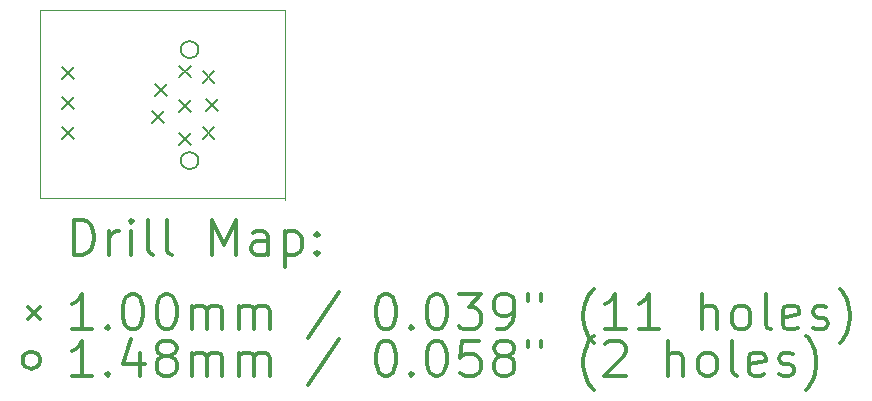
<source format=gbr>
%FSLAX45Y45*%
G04 Gerber Fmt 4.5, Leading zero omitted, Abs format (unit mm)*
G04 Created by KiCad (PCBNEW (5.1.9)-1) date 2021-04-04 18:40:29*
%MOMM*%
%LPD*%
G01*
G04 APERTURE LIST*
%TA.AperFunction,Profile*%
%ADD10C,0.050000*%
%TD*%
%ADD11C,0.200000*%
%ADD12C,0.300000*%
G04 APERTURE END LIST*
D10*
X14618000Y-11335000D02*
X16689000Y-11335000D01*
X14618000Y-9745000D02*
X14618000Y-11335000D01*
X16691000Y-9745000D02*
X14618000Y-9745000D01*
X16690000Y-11351000D02*
X16691000Y-9745000D01*
D11*
X14800000Y-10230000D02*
X14900000Y-10330000D01*
X14900000Y-10230000D02*
X14800000Y-10330000D01*
X14800000Y-10484000D02*
X14900000Y-10584000D01*
X14900000Y-10484000D02*
X14800000Y-10584000D01*
X14800000Y-10738000D02*
X14900000Y-10838000D01*
X14900000Y-10738000D02*
X14800000Y-10838000D01*
X15562000Y-10600000D02*
X15662000Y-10700000D01*
X15662000Y-10600000D02*
X15562000Y-10700000D01*
X15592000Y-10370000D02*
X15692000Y-10470000D01*
X15692000Y-10370000D02*
X15592000Y-10470000D01*
X15792000Y-10215000D02*
X15892000Y-10315000D01*
X15892000Y-10215000D02*
X15792000Y-10315000D01*
X15792000Y-10510000D02*
X15892000Y-10610000D01*
X15892000Y-10510000D02*
X15792000Y-10610000D01*
X15792000Y-10785000D02*
X15892000Y-10885000D01*
X15892000Y-10785000D02*
X15792000Y-10885000D01*
X15992000Y-10265000D02*
X16092000Y-10365000D01*
X16092000Y-10265000D02*
X15992000Y-10365000D01*
X15992000Y-10735000D02*
X16092000Y-10835000D01*
X16092000Y-10735000D02*
X15992000Y-10835000D01*
X16022000Y-10500000D02*
X16122000Y-10600000D01*
X16122000Y-10500000D02*
X16022000Y-10600000D01*
X15956000Y-10080000D02*
G75*
G03*
X15956000Y-10080000I-74000J0D01*
G01*
X15956000Y-11020000D02*
G75*
G03*
X15956000Y-11020000I-74000J0D01*
G01*
D12*
X14901928Y-11819214D02*
X14901928Y-11519214D01*
X14973357Y-11519214D01*
X15016214Y-11533500D01*
X15044786Y-11562071D01*
X15059071Y-11590643D01*
X15073357Y-11647786D01*
X15073357Y-11690643D01*
X15059071Y-11747786D01*
X15044786Y-11776357D01*
X15016214Y-11804929D01*
X14973357Y-11819214D01*
X14901928Y-11819214D01*
X15201928Y-11819214D02*
X15201928Y-11619214D01*
X15201928Y-11676357D02*
X15216214Y-11647786D01*
X15230500Y-11633500D01*
X15259071Y-11619214D01*
X15287643Y-11619214D01*
X15387643Y-11819214D02*
X15387643Y-11619214D01*
X15387643Y-11519214D02*
X15373357Y-11533500D01*
X15387643Y-11547786D01*
X15401928Y-11533500D01*
X15387643Y-11519214D01*
X15387643Y-11547786D01*
X15573357Y-11819214D02*
X15544786Y-11804929D01*
X15530500Y-11776357D01*
X15530500Y-11519214D01*
X15730500Y-11819214D02*
X15701928Y-11804929D01*
X15687643Y-11776357D01*
X15687643Y-11519214D01*
X16073357Y-11819214D02*
X16073357Y-11519214D01*
X16173357Y-11733500D01*
X16273357Y-11519214D01*
X16273357Y-11819214D01*
X16544786Y-11819214D02*
X16544786Y-11662071D01*
X16530500Y-11633500D01*
X16501928Y-11619214D01*
X16444786Y-11619214D01*
X16416214Y-11633500D01*
X16544786Y-11804929D02*
X16516214Y-11819214D01*
X16444786Y-11819214D01*
X16416214Y-11804929D01*
X16401928Y-11776357D01*
X16401928Y-11747786D01*
X16416214Y-11719214D01*
X16444786Y-11704929D01*
X16516214Y-11704929D01*
X16544786Y-11690643D01*
X16687643Y-11619214D02*
X16687643Y-11919214D01*
X16687643Y-11633500D02*
X16716214Y-11619214D01*
X16773357Y-11619214D01*
X16801928Y-11633500D01*
X16816214Y-11647786D01*
X16830500Y-11676357D01*
X16830500Y-11762071D01*
X16816214Y-11790643D01*
X16801928Y-11804929D01*
X16773357Y-11819214D01*
X16716214Y-11819214D01*
X16687643Y-11804929D01*
X16959071Y-11790643D02*
X16973357Y-11804929D01*
X16959071Y-11819214D01*
X16944786Y-11804929D01*
X16959071Y-11790643D01*
X16959071Y-11819214D01*
X16959071Y-11633500D02*
X16973357Y-11647786D01*
X16959071Y-11662071D01*
X16944786Y-11647786D01*
X16959071Y-11633500D01*
X16959071Y-11662071D01*
X14515500Y-12263500D02*
X14615500Y-12363500D01*
X14615500Y-12263500D02*
X14515500Y-12363500D01*
X15059071Y-12449214D02*
X14887643Y-12449214D01*
X14973357Y-12449214D02*
X14973357Y-12149214D01*
X14944786Y-12192071D01*
X14916214Y-12220643D01*
X14887643Y-12234929D01*
X15187643Y-12420643D02*
X15201928Y-12434929D01*
X15187643Y-12449214D01*
X15173357Y-12434929D01*
X15187643Y-12420643D01*
X15187643Y-12449214D01*
X15387643Y-12149214D02*
X15416214Y-12149214D01*
X15444786Y-12163500D01*
X15459071Y-12177786D01*
X15473357Y-12206357D01*
X15487643Y-12263500D01*
X15487643Y-12334929D01*
X15473357Y-12392071D01*
X15459071Y-12420643D01*
X15444786Y-12434929D01*
X15416214Y-12449214D01*
X15387643Y-12449214D01*
X15359071Y-12434929D01*
X15344786Y-12420643D01*
X15330500Y-12392071D01*
X15316214Y-12334929D01*
X15316214Y-12263500D01*
X15330500Y-12206357D01*
X15344786Y-12177786D01*
X15359071Y-12163500D01*
X15387643Y-12149214D01*
X15673357Y-12149214D02*
X15701928Y-12149214D01*
X15730500Y-12163500D01*
X15744786Y-12177786D01*
X15759071Y-12206357D01*
X15773357Y-12263500D01*
X15773357Y-12334929D01*
X15759071Y-12392071D01*
X15744786Y-12420643D01*
X15730500Y-12434929D01*
X15701928Y-12449214D01*
X15673357Y-12449214D01*
X15644786Y-12434929D01*
X15630500Y-12420643D01*
X15616214Y-12392071D01*
X15601928Y-12334929D01*
X15601928Y-12263500D01*
X15616214Y-12206357D01*
X15630500Y-12177786D01*
X15644786Y-12163500D01*
X15673357Y-12149214D01*
X15901928Y-12449214D02*
X15901928Y-12249214D01*
X15901928Y-12277786D02*
X15916214Y-12263500D01*
X15944786Y-12249214D01*
X15987643Y-12249214D01*
X16016214Y-12263500D01*
X16030500Y-12292071D01*
X16030500Y-12449214D01*
X16030500Y-12292071D02*
X16044786Y-12263500D01*
X16073357Y-12249214D01*
X16116214Y-12249214D01*
X16144786Y-12263500D01*
X16159071Y-12292071D01*
X16159071Y-12449214D01*
X16301928Y-12449214D02*
X16301928Y-12249214D01*
X16301928Y-12277786D02*
X16316214Y-12263500D01*
X16344786Y-12249214D01*
X16387643Y-12249214D01*
X16416214Y-12263500D01*
X16430500Y-12292071D01*
X16430500Y-12449214D01*
X16430500Y-12292071D02*
X16444786Y-12263500D01*
X16473357Y-12249214D01*
X16516214Y-12249214D01*
X16544786Y-12263500D01*
X16559071Y-12292071D01*
X16559071Y-12449214D01*
X17144786Y-12134929D02*
X16887643Y-12520643D01*
X17530500Y-12149214D02*
X17559071Y-12149214D01*
X17587643Y-12163500D01*
X17601928Y-12177786D01*
X17616214Y-12206357D01*
X17630500Y-12263500D01*
X17630500Y-12334929D01*
X17616214Y-12392071D01*
X17601928Y-12420643D01*
X17587643Y-12434929D01*
X17559071Y-12449214D01*
X17530500Y-12449214D01*
X17501928Y-12434929D01*
X17487643Y-12420643D01*
X17473357Y-12392071D01*
X17459071Y-12334929D01*
X17459071Y-12263500D01*
X17473357Y-12206357D01*
X17487643Y-12177786D01*
X17501928Y-12163500D01*
X17530500Y-12149214D01*
X17759071Y-12420643D02*
X17773357Y-12434929D01*
X17759071Y-12449214D01*
X17744786Y-12434929D01*
X17759071Y-12420643D01*
X17759071Y-12449214D01*
X17959071Y-12149214D02*
X17987643Y-12149214D01*
X18016214Y-12163500D01*
X18030500Y-12177786D01*
X18044786Y-12206357D01*
X18059071Y-12263500D01*
X18059071Y-12334929D01*
X18044786Y-12392071D01*
X18030500Y-12420643D01*
X18016214Y-12434929D01*
X17987643Y-12449214D01*
X17959071Y-12449214D01*
X17930500Y-12434929D01*
X17916214Y-12420643D01*
X17901928Y-12392071D01*
X17887643Y-12334929D01*
X17887643Y-12263500D01*
X17901928Y-12206357D01*
X17916214Y-12177786D01*
X17930500Y-12163500D01*
X17959071Y-12149214D01*
X18159071Y-12149214D02*
X18344786Y-12149214D01*
X18244786Y-12263500D01*
X18287643Y-12263500D01*
X18316214Y-12277786D01*
X18330500Y-12292071D01*
X18344786Y-12320643D01*
X18344786Y-12392071D01*
X18330500Y-12420643D01*
X18316214Y-12434929D01*
X18287643Y-12449214D01*
X18201928Y-12449214D01*
X18173357Y-12434929D01*
X18159071Y-12420643D01*
X18487643Y-12449214D02*
X18544786Y-12449214D01*
X18573357Y-12434929D01*
X18587643Y-12420643D01*
X18616214Y-12377786D01*
X18630500Y-12320643D01*
X18630500Y-12206357D01*
X18616214Y-12177786D01*
X18601928Y-12163500D01*
X18573357Y-12149214D01*
X18516214Y-12149214D01*
X18487643Y-12163500D01*
X18473357Y-12177786D01*
X18459071Y-12206357D01*
X18459071Y-12277786D01*
X18473357Y-12306357D01*
X18487643Y-12320643D01*
X18516214Y-12334929D01*
X18573357Y-12334929D01*
X18601928Y-12320643D01*
X18616214Y-12306357D01*
X18630500Y-12277786D01*
X18744786Y-12149214D02*
X18744786Y-12206357D01*
X18859071Y-12149214D02*
X18859071Y-12206357D01*
X19301928Y-12563500D02*
X19287643Y-12549214D01*
X19259071Y-12506357D01*
X19244786Y-12477786D01*
X19230500Y-12434929D01*
X19216214Y-12363500D01*
X19216214Y-12306357D01*
X19230500Y-12234929D01*
X19244786Y-12192071D01*
X19259071Y-12163500D01*
X19287643Y-12120643D01*
X19301928Y-12106357D01*
X19573357Y-12449214D02*
X19401928Y-12449214D01*
X19487643Y-12449214D02*
X19487643Y-12149214D01*
X19459071Y-12192071D01*
X19430500Y-12220643D01*
X19401928Y-12234929D01*
X19859071Y-12449214D02*
X19687643Y-12449214D01*
X19773357Y-12449214D02*
X19773357Y-12149214D01*
X19744786Y-12192071D01*
X19716214Y-12220643D01*
X19687643Y-12234929D01*
X20216214Y-12449214D02*
X20216214Y-12149214D01*
X20344786Y-12449214D02*
X20344786Y-12292071D01*
X20330500Y-12263500D01*
X20301928Y-12249214D01*
X20259071Y-12249214D01*
X20230500Y-12263500D01*
X20216214Y-12277786D01*
X20530500Y-12449214D02*
X20501928Y-12434929D01*
X20487643Y-12420643D01*
X20473357Y-12392071D01*
X20473357Y-12306357D01*
X20487643Y-12277786D01*
X20501928Y-12263500D01*
X20530500Y-12249214D01*
X20573357Y-12249214D01*
X20601928Y-12263500D01*
X20616214Y-12277786D01*
X20630500Y-12306357D01*
X20630500Y-12392071D01*
X20616214Y-12420643D01*
X20601928Y-12434929D01*
X20573357Y-12449214D01*
X20530500Y-12449214D01*
X20801928Y-12449214D02*
X20773357Y-12434929D01*
X20759071Y-12406357D01*
X20759071Y-12149214D01*
X21030500Y-12434929D02*
X21001928Y-12449214D01*
X20944786Y-12449214D01*
X20916214Y-12434929D01*
X20901928Y-12406357D01*
X20901928Y-12292071D01*
X20916214Y-12263500D01*
X20944786Y-12249214D01*
X21001928Y-12249214D01*
X21030500Y-12263500D01*
X21044786Y-12292071D01*
X21044786Y-12320643D01*
X20901928Y-12349214D01*
X21159071Y-12434929D02*
X21187643Y-12449214D01*
X21244786Y-12449214D01*
X21273357Y-12434929D01*
X21287643Y-12406357D01*
X21287643Y-12392071D01*
X21273357Y-12363500D01*
X21244786Y-12349214D01*
X21201928Y-12349214D01*
X21173357Y-12334929D01*
X21159071Y-12306357D01*
X21159071Y-12292071D01*
X21173357Y-12263500D01*
X21201928Y-12249214D01*
X21244786Y-12249214D01*
X21273357Y-12263500D01*
X21387643Y-12563500D02*
X21401928Y-12549214D01*
X21430500Y-12506357D01*
X21444786Y-12477786D01*
X21459071Y-12434929D01*
X21473357Y-12363500D01*
X21473357Y-12306357D01*
X21459071Y-12234929D01*
X21444786Y-12192071D01*
X21430500Y-12163500D01*
X21401928Y-12120643D01*
X21387643Y-12106357D01*
X14615500Y-12709500D02*
G75*
G03*
X14615500Y-12709500I-74000J0D01*
G01*
X15059071Y-12845214D02*
X14887643Y-12845214D01*
X14973357Y-12845214D02*
X14973357Y-12545214D01*
X14944786Y-12588071D01*
X14916214Y-12616643D01*
X14887643Y-12630929D01*
X15187643Y-12816643D02*
X15201928Y-12830929D01*
X15187643Y-12845214D01*
X15173357Y-12830929D01*
X15187643Y-12816643D01*
X15187643Y-12845214D01*
X15459071Y-12645214D02*
X15459071Y-12845214D01*
X15387643Y-12530929D02*
X15316214Y-12745214D01*
X15501928Y-12745214D01*
X15659071Y-12673786D02*
X15630500Y-12659500D01*
X15616214Y-12645214D01*
X15601928Y-12616643D01*
X15601928Y-12602357D01*
X15616214Y-12573786D01*
X15630500Y-12559500D01*
X15659071Y-12545214D01*
X15716214Y-12545214D01*
X15744786Y-12559500D01*
X15759071Y-12573786D01*
X15773357Y-12602357D01*
X15773357Y-12616643D01*
X15759071Y-12645214D01*
X15744786Y-12659500D01*
X15716214Y-12673786D01*
X15659071Y-12673786D01*
X15630500Y-12688071D01*
X15616214Y-12702357D01*
X15601928Y-12730929D01*
X15601928Y-12788071D01*
X15616214Y-12816643D01*
X15630500Y-12830929D01*
X15659071Y-12845214D01*
X15716214Y-12845214D01*
X15744786Y-12830929D01*
X15759071Y-12816643D01*
X15773357Y-12788071D01*
X15773357Y-12730929D01*
X15759071Y-12702357D01*
X15744786Y-12688071D01*
X15716214Y-12673786D01*
X15901928Y-12845214D02*
X15901928Y-12645214D01*
X15901928Y-12673786D02*
X15916214Y-12659500D01*
X15944786Y-12645214D01*
X15987643Y-12645214D01*
X16016214Y-12659500D01*
X16030500Y-12688071D01*
X16030500Y-12845214D01*
X16030500Y-12688071D02*
X16044786Y-12659500D01*
X16073357Y-12645214D01*
X16116214Y-12645214D01*
X16144786Y-12659500D01*
X16159071Y-12688071D01*
X16159071Y-12845214D01*
X16301928Y-12845214D02*
X16301928Y-12645214D01*
X16301928Y-12673786D02*
X16316214Y-12659500D01*
X16344786Y-12645214D01*
X16387643Y-12645214D01*
X16416214Y-12659500D01*
X16430500Y-12688071D01*
X16430500Y-12845214D01*
X16430500Y-12688071D02*
X16444786Y-12659500D01*
X16473357Y-12645214D01*
X16516214Y-12645214D01*
X16544786Y-12659500D01*
X16559071Y-12688071D01*
X16559071Y-12845214D01*
X17144786Y-12530929D02*
X16887643Y-12916643D01*
X17530500Y-12545214D02*
X17559071Y-12545214D01*
X17587643Y-12559500D01*
X17601928Y-12573786D01*
X17616214Y-12602357D01*
X17630500Y-12659500D01*
X17630500Y-12730929D01*
X17616214Y-12788071D01*
X17601928Y-12816643D01*
X17587643Y-12830929D01*
X17559071Y-12845214D01*
X17530500Y-12845214D01*
X17501928Y-12830929D01*
X17487643Y-12816643D01*
X17473357Y-12788071D01*
X17459071Y-12730929D01*
X17459071Y-12659500D01*
X17473357Y-12602357D01*
X17487643Y-12573786D01*
X17501928Y-12559500D01*
X17530500Y-12545214D01*
X17759071Y-12816643D02*
X17773357Y-12830929D01*
X17759071Y-12845214D01*
X17744786Y-12830929D01*
X17759071Y-12816643D01*
X17759071Y-12845214D01*
X17959071Y-12545214D02*
X17987643Y-12545214D01*
X18016214Y-12559500D01*
X18030500Y-12573786D01*
X18044786Y-12602357D01*
X18059071Y-12659500D01*
X18059071Y-12730929D01*
X18044786Y-12788071D01*
X18030500Y-12816643D01*
X18016214Y-12830929D01*
X17987643Y-12845214D01*
X17959071Y-12845214D01*
X17930500Y-12830929D01*
X17916214Y-12816643D01*
X17901928Y-12788071D01*
X17887643Y-12730929D01*
X17887643Y-12659500D01*
X17901928Y-12602357D01*
X17916214Y-12573786D01*
X17930500Y-12559500D01*
X17959071Y-12545214D01*
X18330500Y-12545214D02*
X18187643Y-12545214D01*
X18173357Y-12688071D01*
X18187643Y-12673786D01*
X18216214Y-12659500D01*
X18287643Y-12659500D01*
X18316214Y-12673786D01*
X18330500Y-12688071D01*
X18344786Y-12716643D01*
X18344786Y-12788071D01*
X18330500Y-12816643D01*
X18316214Y-12830929D01*
X18287643Y-12845214D01*
X18216214Y-12845214D01*
X18187643Y-12830929D01*
X18173357Y-12816643D01*
X18516214Y-12673786D02*
X18487643Y-12659500D01*
X18473357Y-12645214D01*
X18459071Y-12616643D01*
X18459071Y-12602357D01*
X18473357Y-12573786D01*
X18487643Y-12559500D01*
X18516214Y-12545214D01*
X18573357Y-12545214D01*
X18601928Y-12559500D01*
X18616214Y-12573786D01*
X18630500Y-12602357D01*
X18630500Y-12616643D01*
X18616214Y-12645214D01*
X18601928Y-12659500D01*
X18573357Y-12673786D01*
X18516214Y-12673786D01*
X18487643Y-12688071D01*
X18473357Y-12702357D01*
X18459071Y-12730929D01*
X18459071Y-12788071D01*
X18473357Y-12816643D01*
X18487643Y-12830929D01*
X18516214Y-12845214D01*
X18573357Y-12845214D01*
X18601928Y-12830929D01*
X18616214Y-12816643D01*
X18630500Y-12788071D01*
X18630500Y-12730929D01*
X18616214Y-12702357D01*
X18601928Y-12688071D01*
X18573357Y-12673786D01*
X18744786Y-12545214D02*
X18744786Y-12602357D01*
X18859071Y-12545214D02*
X18859071Y-12602357D01*
X19301928Y-12959500D02*
X19287643Y-12945214D01*
X19259071Y-12902357D01*
X19244786Y-12873786D01*
X19230500Y-12830929D01*
X19216214Y-12759500D01*
X19216214Y-12702357D01*
X19230500Y-12630929D01*
X19244786Y-12588071D01*
X19259071Y-12559500D01*
X19287643Y-12516643D01*
X19301928Y-12502357D01*
X19401928Y-12573786D02*
X19416214Y-12559500D01*
X19444786Y-12545214D01*
X19516214Y-12545214D01*
X19544786Y-12559500D01*
X19559071Y-12573786D01*
X19573357Y-12602357D01*
X19573357Y-12630929D01*
X19559071Y-12673786D01*
X19387643Y-12845214D01*
X19573357Y-12845214D01*
X19930500Y-12845214D02*
X19930500Y-12545214D01*
X20059071Y-12845214D02*
X20059071Y-12688071D01*
X20044786Y-12659500D01*
X20016214Y-12645214D01*
X19973357Y-12645214D01*
X19944786Y-12659500D01*
X19930500Y-12673786D01*
X20244786Y-12845214D02*
X20216214Y-12830929D01*
X20201928Y-12816643D01*
X20187643Y-12788071D01*
X20187643Y-12702357D01*
X20201928Y-12673786D01*
X20216214Y-12659500D01*
X20244786Y-12645214D01*
X20287643Y-12645214D01*
X20316214Y-12659500D01*
X20330500Y-12673786D01*
X20344786Y-12702357D01*
X20344786Y-12788071D01*
X20330500Y-12816643D01*
X20316214Y-12830929D01*
X20287643Y-12845214D01*
X20244786Y-12845214D01*
X20516214Y-12845214D02*
X20487643Y-12830929D01*
X20473357Y-12802357D01*
X20473357Y-12545214D01*
X20744786Y-12830929D02*
X20716214Y-12845214D01*
X20659071Y-12845214D01*
X20630500Y-12830929D01*
X20616214Y-12802357D01*
X20616214Y-12688071D01*
X20630500Y-12659500D01*
X20659071Y-12645214D01*
X20716214Y-12645214D01*
X20744786Y-12659500D01*
X20759071Y-12688071D01*
X20759071Y-12716643D01*
X20616214Y-12745214D01*
X20873357Y-12830929D02*
X20901928Y-12845214D01*
X20959071Y-12845214D01*
X20987643Y-12830929D01*
X21001928Y-12802357D01*
X21001928Y-12788071D01*
X20987643Y-12759500D01*
X20959071Y-12745214D01*
X20916214Y-12745214D01*
X20887643Y-12730929D01*
X20873357Y-12702357D01*
X20873357Y-12688071D01*
X20887643Y-12659500D01*
X20916214Y-12645214D01*
X20959071Y-12645214D01*
X20987643Y-12659500D01*
X21101928Y-12959500D02*
X21116214Y-12945214D01*
X21144786Y-12902357D01*
X21159071Y-12873786D01*
X21173357Y-12830929D01*
X21187643Y-12759500D01*
X21187643Y-12702357D01*
X21173357Y-12630929D01*
X21159071Y-12588071D01*
X21144786Y-12559500D01*
X21116214Y-12516643D01*
X21101928Y-12502357D01*
M02*

</source>
